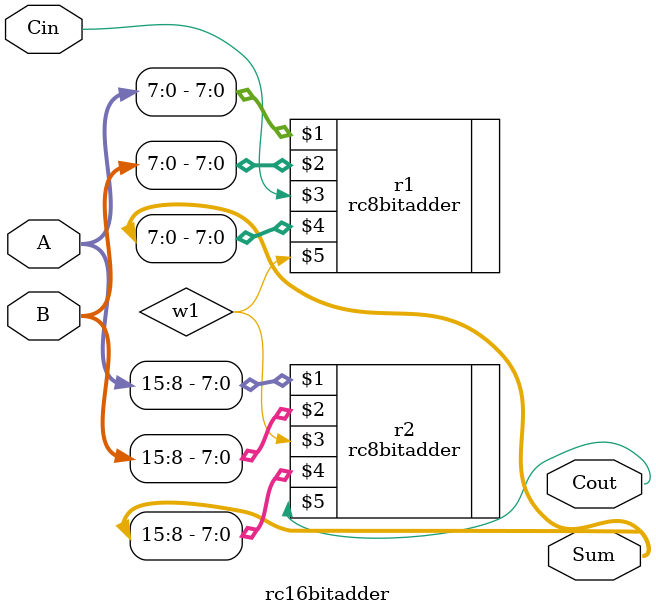
<source format=v>
module rc16bitadder(A,B,Cin,Sum,Cout);
input [15:0] A,B;
input Cin;
output [15:0] Sum;
output Cout;
wire w1;
rc8bitadder r1(A[7:0],B[7:0],Cin,Sum[7:0],w1);
rc8bitadder r2(A[15:8],B[15:8],w1,Sum[15:8],Cout);
endmodule

</source>
